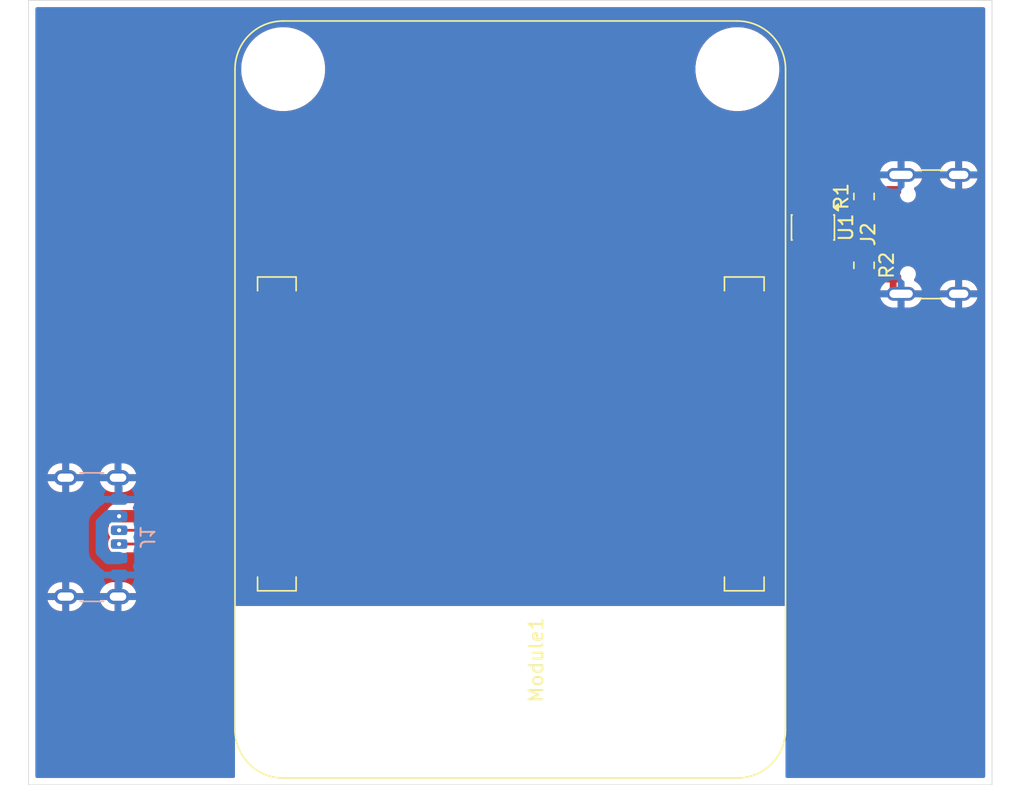
<source format=kicad_pcb>
(kicad_pcb (version 20241229) (generator "pcbnew") (generator_version "9.0")
  (layers (0 "F.Cu" signal) (2 "B.Cu" signal) (13 "F.Paste" user) (15 "B.Paste" user) (5 "F.SilkS" user "F.Silkscreen") (7 "B.SilkS" user "B.Silkscreen") (1 "F.Mask" user) (3 "B.Mask" user) (25 "Edge.Cuts" user))
  (net 0 "")
  (net 1 "GND")
  (net 2 "/CC1")
  (net 3 "/CC2")
  (net 4 "+5V")
  (net 6 "Net-(J2-CC2)")
  (net 9 "Net-(J2-CC1)")
  (net 151 "/USB_N")
  (net 152 "/USB_P")
  (net 153 "/HighSpeed/USB_N")
  (net 154 "/HighSpeed/USB_P")
  (footprint "CM5:Raspberry-Pi-5-Compute-Module" (layer "F.Cu") (at 143.5 119)
    (property "Reference" "Module1" (at 18.38 -5.08 270) (layer "F.SilkS"))
    (property "Value" "ComputeModule5-CM5")
    (fp_line (start -3.5 -48) (end -3.5 0) (stroke (width 0.12)) (layer "F.SilkS"))
    (fp_line (start -1.86 -32.9) (end -1.86 -31.9) (stroke (width 0.12)) (layer "F.SilkS"))
    (fp_line (start -1.86 -32.9) (end 0.94 -32.9) (stroke (width 0.12)) (layer "F.SilkS"))
    (fp_line (start -1.86 -10.1) (end -1.86 -11.1) (stroke (width 0.12)) (layer "F.SilkS"))
    (fp_line (start -1.86 -10.1) (end 0.94 -10.1) (stroke (width 0.12)) (layer "F.SilkS"))
    (fp_line (start 0 3.5) (end 33 3.5) (stroke (width 0.12)) (layer "F.SilkS"))
    (fp_line (start 0.94 -32.9) (end 0.94 -31.9) (stroke (width 0.12)) (layer "F.SilkS"))
    (fp_line (start 0.94 -10.1) (end 0.94 -11.1) (stroke (width 0.12)) (layer "F.SilkS"))
    (fp_line (start 32.06 -32.9) (end 32.06 -31.9) (stroke (width 0.12)) (layer "F.SilkS"))
    (fp_line (start 32.06 -32.9) (end 34.94 -32.9) (stroke (width 0.12)) (layer "F.SilkS"))
    (fp_line (start 32.06 -10.1) (end 32.06 -11.1) (stroke (width 0.12)) (layer "F.SilkS"))
    (fp_line (start 32.06 -10.1) (end 34.94 -10.1) (stroke (width 0.12)) (layer "F.SilkS"))
    (fp_line (start 33 -51.5) (end 0 -51.5) (stroke (width 0.12)) (layer "F.SilkS"))
    (fp_line (start 34.94 -32.9) (end 34.94 -31.9) (stroke (width 0.12)) (layer "F.SilkS"))
    (fp_line (start 34.94 -10.1) (end 34.94 -11.1) (stroke (width 0.12)) (layer "F.SilkS"))
    (fp_line (start 36.5 0) (end 36.5 -48) (stroke (width 0.12)) (layer "F.SilkS"))
    (fp_arc (start -3.5 -48) (mid -2.474874 -50.474874) (end 0 -51.5) (stroke (width 0.12)) (layer "F.SilkS"))
    (fp_arc (start 0 3.5) (mid -2.474874 2.474874) (end -3.5 0) (stroke (width 0.12)) (layer "F.SilkS"))
    (fp_arc (start 33 -51.5) (mid 35.474874 -50.474874) (end 36.5 -48) (stroke (width 0.12)) (layer "F.SilkS"))
    (fp_arc (start 36.5 0) (mid 35.474874 2.474874) (end 33 3.5) (stroke (width 0.12)) (layer "F.SilkS"))
    (pad "" np_thru_hole circle (at 0 -48) (size 2.7 2.7) (drill 2.7) (layers "*.Cu" "*.Mask") (clearance 1.7))
    (pad "" np_thru_hole circle (at 0 0) (size 2.7 2.7) (drill 2.7) (layers "*.Cu" "*.Mask") (clearance 1.7))
    (pad "" np_thru_hole circle (at 33 -48) (size 2.7 2.7) (drill 2.7) (layers "*.Cu" "*.Mask") (clearance 1.7))
    (pad "" np_thru_hole circle (at 33 0) (size 2.7 2.7) (drill 2.7) (layers "*.Cu" "*.Mask") (clearance 1.7))
    (pad "1" smd rect (at -2.04 -31.3 270) (size 0.2 0.7) (layers "F.Cu" "F.Mask" "F.Paste") (net 1 "GND"))
    (pad "2" smd rect (at 1.04 -31.3 270) (size 0.2 0.7) (layers "F.Cu" "F.Mask" "F.Paste") (net 1 "GND"))
    (pad "3" smd rect (at -2.04 -30.9 270) (size 0.2 0.7) (layers "F.Cu" "F.Mask" "F.Paste"))
    (pad "4" smd rect (at 1.04 -30.9 270) (size 0.2 0.7) (layers "F.Cu" "F.Mask" "F.Paste"))
    (pad "5" smd rect (at -2.04 -30.5 270) (size 0.2 0.7) (layers "F.Cu" "F.Mask" "F.Paste"))
    (pad "6" smd rect (at 1.04 -30.5 270) (size 0.2 0.7) (layers "F.Cu" "F.Mask" "F.Paste"))
    (pad "7" smd rect (at -2.04 -30.1 270) (size 0.2 0.7) (layers "F.Cu" "F.Mask" "F.Paste") (net 1 "GND"))
    (pad "8" smd rect (at 1.04 -30.1 270) (size 0.2 0.7) (layers "F.Cu" "F.Mask" "F.Paste") (net 1 "GND"))
    (pad "9" smd rect (at -2.04 -29.7 270) (size 0.2 0.7) (layers "F.Cu" "F.Mask" "F.Paste"))
    (pad "10" smd rect (at 1.04 -29.7 270) (size 0.2 0.7) (layers "F.Cu" "F.Mask" "F.Paste"))
    (pad "11" smd rect (at -2.04 -29.3 270) (size 0.2 0.7) (layers "F.Cu" "F.Mask" "F.Paste"))
    (pad "12" smd rect (at 1.04 -29.3 270) (size 0.2 0.7) (layers "F.Cu" "F.Mask" "F.Paste"))
    (pad "13" smd rect (at -2.04 -28.9 270) (size 0.2 0.7) (layers "F.Cu" "F.Mask" "F.Paste") (net 1 "GND"))
    (pad "14" smd rect (at 1.04 -28.9 270) (size 0.2 0.7) (layers "F.Cu" "F.Mask" "F.Paste") (net 1 "GND"))
    (pad "15" smd rect (at -2.04 -28.5 270) (size 0.2 0.7) (layers "F.Cu" "F.Mask" "F.Paste"))
    (pad "16" smd rect (at 1.04 -28.5 270) (size 0.2 0.7) (layers "F.Cu" "F.Mask" "F.Paste"))
    (pad "17" smd rect (at -2.04 -28.1 270) (size 0.2 0.7) (layers "F.Cu" "F.Mask" "F.Paste"))
    (pad "18" smd rect (at 1.04 -28.1 270) (size 0.2 0.7) (layers "F.Cu" "F.Mask" "F.Paste"))
    (pad "19" smd rect (at -2.04 -27.7 270) (size 0.2 0.7) (layers "F.Cu" "F.Mask" "F.Paste"))
    (pad "20" smd rect (at 1.04 -27.7 270) (size 0.2 0.7) (layers "F.Cu" "F.Mask" "F.Paste"))
    (pad "21" smd rect (at -2.04 -27.3 270) (size 0.2 0.7) (layers "F.Cu" "F.Mask" "F.Paste"))
    (pad "22" smd rect (at 1.04 -27.3 270) (size 0.2 0.7) (layers "F.Cu" "F.Mask" "F.Paste") (net 1 "GND"))
    (pad "23" smd rect (at -2.04 -26.9 270) (size 0.2 0.7) (layers "F.Cu" "F.Mask" "F.Paste") (net 1 "GND"))
    (pad "24" smd rect (at 1.04 -26.9 270) (size 0.2 0.7) (layers "F.Cu" "F.Mask" "F.Paste"))
    (pad "25" smd rect (at -2.04 -26.5 270) (size 0.2 0.7) (layers "F.Cu" "F.Mask" "F.Paste"))
    (pad "26" smd rect (at 1.04 -26.5 270) (size 0.2 0.7) (layers "F.Cu" "F.Mask" "F.Paste"))
    (pad "27" smd rect (at -2.04 -26.1 270) (size 0.2 0.7) (layers "F.Cu" "F.Mask" "F.Paste"))
    (pad "28" smd rect (at 1.04 -26.1 270) (size 0.2 0.7) (layers "F.Cu" "F.Mask" "F.Paste"))
    (pad "29" smd rect (at -2.04 -25.7 270) (size 0.2 0.7) (layers "F.Cu" "F.Mask" "F.Paste"))
    (pad "30" smd rect (at 1.04 -25.7 270) (size 0.2 0.7) (layers "F.Cu" "F.Mask" "F.Paste"))
    (pad "31" smd rect (at -2.04 -25.3 270) (size 0.2 0.7) (layers "F.Cu" "F.Mask" "F.Paste"))
    (pad "32" smd rect (at 1.04 -25.3 270) (size 0.2 0.7) (layers "F.Cu" "F.Mask" "F.Paste") (net 1 "GND"))
    (pad "33" smd rect (at -2.04 -24.9 270) (size 0.2 0.7) (layers "F.Cu" "F.Mask" "F.Paste") (net 1 "GND"))
    (pad "34" smd rect (at 1.04 -24.9 270) (size 0.2 0.7) (layers "F.Cu" "F.Mask" "F.Paste"))
    (pad "35" smd rect (at -2.04 -24.5 270) (size 0.2 0.7) (layers "F.Cu" "F.Mask" "F.Paste"))
    (pad "36" smd rect (at 1.04 -24.5 270) (size 0.2 0.7) (layers "F.Cu" "F.Mask" "F.Paste"))
    (pad "37" smd rect (at -2.04 -24.1 270) (size 0.2 0.7) (layers "F.Cu" "F.Mask" "F.Paste"))
    (pad "38" smd rect (at 1.04 -24.1 270) (size 0.2 0.7) (layers "F.Cu" "F.Mask" "F.Paste"))
    (pad "39" smd rect (at -2.04 -23.7 270) (size 0.2 0.7) (layers "F.Cu" "F.Mask" "F.Paste"))
    (pad "40" smd rect (at 1.04 -23.7 270) (size 0.2 0.7) (layers "F.Cu" "F.Mask" "F.Paste"))
    (pad "41" smd rect (at -2.04 -23.3 270) (size 0.2 0.7) (layers "F.Cu" "F.Mask" "F.Paste"))
    (pad "42" smd rect (at 1.04 -23.3 270) (size 0.2 0.7) (layers "F.Cu" "F.Mask" "F.Paste") (net 1 "GND"))
    (pad "43" smd rect (at -2.04 -22.9 270) (size 0.2 0.7) (layers "F.Cu" "F.Mask" "F.Paste") (net 1 "GND"))
    (pad "44" smd rect (at 1.04 -22.9 270) (size 0.2 0.7) (layers "F.Cu" "F.Mask" "F.Paste"))
    (pad "45" smd rect (at -2.04 -22.5 270) (size 0.2 0.7) (layers "F.Cu" "F.Mask" "F.Paste"))
    (pad "46" smd rect (at 1.04 -22.5 270) (size 0.2 0.7) (layers "F.Cu" "F.Mask" "F.Paste"))
    (pad "47" smd rect (at -2.04 -22.1 270) (size 0.2 0.7) (layers "F.Cu" "F.Mask" "F.Paste"))
    (pad "48" smd rect (at 1.04 -22.1 270) (size 0.2 0.7) (layers "F.Cu" "F.Mask" "F.Paste"))
    (pad "49" smd rect (at -2.04 -21.7 270) (size 0.2 0.7) (layers "F.Cu" "F.Mask" "F.Paste"))
    (pad "50" smd rect (at 1.04 -21.7 270) (size 0.2 0.7) (layers "F.Cu" "F.Mask" "F.Paste"))
    (pad "51" smd rect (at -2.04 -21.3 270) (size 0.2 0.7) (layers "F.Cu" "F.Mask" "F.Paste"))
    (pad "52" smd rect (at 1.04 -21.3 270) (size 0.2 0.7) (layers "F.Cu" "F.Mask" "F.Paste") (net 1 "GND"))
    (pad "53" smd rect (at -2.04 -20.9 270) (size 0.2 0.7) (layers "F.Cu" "F.Mask" "F.Paste") (net 1 "GND"))
    (pad "54" smd rect (at 1.04 -20.9 270) (size 0.2 0.7) (layers "F.Cu" "F.Mask" "F.Paste"))
    (pad "55" smd rect (at -2.04 -20.5 270) (size 0.2 0.7) (layers "F.Cu" "F.Mask" "F.Paste"))
    (pad "56" smd rect (at 1.04 -20.5 270) (size 0.2 0.7) (layers "F.Cu" "F.Mask" "F.Paste"))
    (pad "57" smd rect (at -2.04 -20.1 270) (size 0.2 0.7) (layers "F.Cu" "F.Mask" "F.Paste"))
    (pad "58" smd rect (at 1.04 -20.1 270) (size 0.2 0.7) (layers "F.Cu" "F.Mask" "F.Paste"))
    (pad "59" smd rect (at -2.04 -19.7 270) (size 0.2 0.7) (layers "F.Cu" "F.Mask" "F.Paste") (net 1 "GND"))
    (pad "60" smd rect (at 1.04 -19.7 270) (size 0.2 0.7) (layers "F.Cu" "F.Mask" "F.Paste") (net 1 "GND"))
    (pad "61" smd rect (at -2.04 -19.3 270) (size 0.2 0.7) (layers "F.Cu" "F.Mask" "F.Paste"))
    (pad "62" smd rect (at 1.04 -19.3 270) (size 0.2 0.7) (layers "F.Cu" "F.Mask" "F.Paste"))
    (pad "63" smd rect (at -2.04 -18.9 270) (size 0.2 0.7) (layers "F.Cu" "F.Mask" "F.Paste"))
    (pad "64" smd rect (at 1.04 -18.9 270) (size 0.2 0.7) (layers "F.Cu" "F.Mask" "F.Paste"))
    (pad "65" smd rect (at -2.04 -18.5 270) (size 0.2 0.7) (layers "F.Cu" "F.Mask" "F.Paste") (net 1 "GND"))
    (pad "66" smd rect (at 1.04 -18.5 270) (size 0.2 0.7) (layers "F.Cu" "F.Mask" "F.Paste") (net 1 "GND"))
    (pad "67" smd rect (at -2.04 -18.1 270) (size 0.2 0.7) (layers "F.Cu" "F.Mask" "F.Paste"))
    (pad "68" smd rect (at 1.04 -18.1 270) (size 0.2 0.7) (layers "F.Cu" "F.Mask" "F.Paste"))
    (pad "69" smd rect (at -2.04 -17.7 270) (size 0.2 0.7) (layers "F.Cu" "F.Mask" "F.Paste"))
    (pad "70" smd rect (at 1.04 -17.7 270) (size 0.2 0.7) (layers "F.Cu" "F.Mask" "F.Paste"))
    (pad "71" smd rect (at -2.04 -17.3 270) (size 0.2 0.7) (layers "F.Cu" "F.Mask" "F.Paste") (net 1 "GND"))
    (pad "72" smd rect (at 1.04 -17.3 270) (size 0.2 0.7) (layers "F.Cu" "F.Mask" "F.Paste"))
    (pad "73" smd rect (at -2.04 -16.9 270) (size 0.2 0.7) (layers "F.Cu" "F.Mask" "F.Paste"))
    (pad "74" smd rect (at 1.04 -16.9 270) (size 0.2 0.7) (layers "F.Cu" "F.Mask" "F.Paste") (net 1 "GND"))
    (pad "75" smd rect (at -2.04 -16.5 270) (size 0.2 0.7) (layers "F.Cu" "F.Mask" "F.Paste"))
    (pad "76" smd rect (at 1.04 -16.5 270) (size 0.2 0.7) (layers "F.Cu" "F.Mask" "F.Paste"))
    (pad "77" smd rect (at -2.04 -16.1 270) (size 0.2 0.7) (layers "F.Cu" "F.Mask" "F.Paste") (net 4 "+5V"))
    (pad "78" smd rect (at 1.04 -16.1 270) (size 0.2 0.7) (layers "F.Cu" "F.Mask" "F.Paste"))
    (pad "79" smd rect (at -2.04 -15.7 270) (size 0.2 0.7) (layers "F.Cu" "F.Mask" "F.Paste") (net 4 "+5V"))
    (pad "80" smd rect (at 1.04 -15.7 270) (size 0.2 0.7) (layers "F.Cu" "F.Mask" "F.Paste"))
    (pad "81" smd rect (at -2.04 -15.3 270) (size 0.2 0.7) (layers "F.Cu" "F.Mask" "F.Paste") (net 4 "+5V"))
    (pad "82" smd rect (at 1.04 -15.3 270) (size 0.2 0.7) (layers "F.Cu" "F.Mask" "F.Paste"))
    (pad "83" smd rect (at -2.04 -14.9 270) (size 0.2 0.7) (layers "F.Cu" "F.Mask" "F.Paste") (net 4 "+5V"))
    (pad "84" smd rect (at 1.04 -14.9 270) (size 0.2 0.7) (layers "F.Cu" "F.Mask" "F.Paste"))
    (pad "85" smd rect (at -2.04 -14.5 270) (size 0.2 0.7) (layers "F.Cu" "F.Mask" "F.Paste") (net 4 "+5V"))
    (pad "86" smd rect (at 1.04 -14.5 270) (size 0.2 0.7) (layers "F.Cu" "F.Mask" "F.Paste"))
    (pad "87" smd rect (at -2.04 -14.1 270) (size 0.2 0.7) (layers "F.Cu" "F.Mask" "F.Paste") (net 4 "+5V"))
    (pad "88" smd rect (at 1.04 -14.1 270) (size 0.2 0.7) (layers "F.Cu" "F.Mask" "F.Paste"))
    (pad "89" smd rect (at -2.04 -13.7 270) (size 0.2 0.7) (layers "F.Cu" "F.Mask" "F.Paste"))
    (pad "90" smd rect (at 1.04 -13.7 270) (size 0.2 0.7) (layers "F.Cu" "F.Mask" "F.Paste"))
    (pad "91" smd rect (at -2.04 -13.3 270) (size 0.2 0.7) (layers "F.Cu" "F.Mask" "F.Paste"))
    (pad "92" smd rect (at 1.04 -13.3 270) (size 0.2 0.7) (layers "F.Cu" "F.Mask" "F.Paste"))
    (pad "93" smd rect (at -2.04 -12.9 270) (size 0.2 0.7) (layers "F.Cu" "F.Mask" "F.Paste"))
    (pad "94" smd rect (at 1.04 -12.9 270) (size 0.2 0.7) (layers "F.Cu" "F.Mask" "F.Paste") (net 2 "/CC1"))
    (pad "95" smd rect (at -2.04 -12.5 270) (size 0.2 0.7) (layers "F.Cu" "F.Mask" "F.Paste"))
    (pad "96" smd rect (at 1.04 -12.5 270) (size 0.2 0.7) (layers "F.Cu" "F.Mask" "F.Paste") (net 3 "/CC2"))
    (pad "97" smd rect (at -2.04 -12.1 270) (size 0.2 0.7) (layers "F.Cu" "F.Mask" "F.Paste"))
    (pad "98" smd rect (at 1.04 -12.1 270) (size 0.2 0.7) (layers "F.Cu" "F.Mask" "F.Paste") (net 1 "GND"))
    (pad "99" smd rect (at -2.04 -11.7 270) (size 0.2 0.7) (layers "F.Cu" "F.Mask" "F.Paste"))
    (pad "100" smd rect (at 1.04 -11.7 270) (size 0.2 0.7) (layers "F.Cu" "F.Mask" "F.Paste"))
    (pad "101" smd rect (at 31.96 -31.3 270) (size 0.2 0.7) (layers "F.Cu" "F.Mask" "F.Paste"))
    (pad "102" smd rect (at 35.04 -31.3 270) (size 0.2 0.7) (layers "F.Cu" "F.Mask" "F.Paste"))
    (pad "103" smd rect (at 31.96 -30.9 270) (size 0.2 0.7) (layers "F.Cu" "F.Mask" "F.Paste") (net 153 "/HighSpeed/USB_N"))
    (pad "104" smd rect (at 35.04 -30.9 270) (size 0.2 0.7) (layers "F.Cu" "F.Mask" "F.Paste"))
    (pad "105" smd rect (at 31.96 -30.5 270) (size 0.2 0.7) (layers "F.Cu" "F.Mask" "F.Paste") (net 154 "/HighSpeed/USB_P"))
    (pad "106" smd rect (at 35.04 -30.5 270) (size 0.2 0.7) (layers "F.Cu" "F.Mask" "F.Paste"))
    (pad "107" smd rect (at 31.96 -30.1 270) (size 0.2 0.7) (layers "F.Cu" "F.Mask" "F.Paste") (net 1 "GND"))
    (pad "108" smd rect (at 35.04 -30.1 270) (size 0.2 0.7) (layers "F.Cu" "F.Mask" "F.Paste") (net 1 "GND"))
    (pad "109" smd rect (at 31.96 -29.7 270) (size 0.2 0.7) (layers "F.Cu" "F.Mask" "F.Paste"))
    (pad "110" smd rect (at 35.04 -29.7 270) (size 0.2 0.7) (layers "F.Cu" "F.Mask" "F.Paste"))
    (pad "111" smd rect (at 31.96 -29.3 270) (size 0.2 0.7) (layers "F.Cu" "F.Mask" "F.Paste"))
    (pad "112" smd rect (at 35.04 -29.3 270) (size 0.2 0.7) (layers "F.Cu" "F.Mask" "F.Paste"))
    (pad "113" smd rect (at 31.96 -28.9 270) (size 0.2 0.7) (layers "F.Cu" "F.Mask" "F.Paste") (net 1 "GND"))
    (pad "114" smd rect (at 35.04 -28.9 270) (size 0.2 0.7) (layers "F.Cu" "F.Mask" "F.Paste") (net 1 "GND"))
    (pad "115" smd rect (at 31.96 -28.5 270) (size 0.2 0.7) (layers "F.Cu" "F.Mask" "F.Paste"))
    (pad "116" smd rect (at 35.04 -28.5 270) (size 0.2 0.7) (layers "F.Cu" "F.Mask" "F.Paste"))
    (pad "117" smd rect (at 31.96 -28.1 270) (size 0.2 0.7) (layers "F.Cu" "F.Mask" "F.Paste"))
    (pad "118" smd rect (at 35.04 -28.1 270) (size 0.2 0.7) (layers "F.Cu" "F.Mask" "F.Paste"))
    (pad "119" smd rect (at 31.96 -27.7 270) (size 0.2 0.7) (layers "F.Cu" "F.Mask" "F.Paste") (net 1 "GND"))
    (pad "120" smd rect (at 35.04 -27.7 270) (size 0.2 0.7) (layers "F.Cu" "F.Mask" "F.Paste") (net 1 "GND"))
    (pad "121" smd rect (at 31.96 -27.3 270) (size 0.2 0.7) (layers "F.Cu" "F.Mask" "F.Paste"))
    (pad "122" smd rect (at 35.04 -27.3 270) (size 0.2 0.7) (layers "F.Cu" "F.Mask" "F.Paste"))
    (pad "123" smd rect (at 31.96 -26.9 270) (size 0.2 0.7) (layers "F.Cu" "F.Mask" "F.Paste"))
    (pad "124" smd rect (at 35.04 -26.9 270) (size 0.2 0.7) (layers "F.Cu" "F.Mask" "F.Paste"))
    (pad "125" smd rect (at 31.96 -26.5 270) (size 0.2 0.7) (layers "F.Cu" "F.Mask" "F.Paste") (net 1 "GND"))
    (pad "126" smd rect (at 35.04 -26.5 270) (size 0.2 0.7) (layers "F.Cu" "F.Mask" "F.Paste") (net 1 "GND"))
    (pad "127" smd rect (at 31.96 -26.1 270) (size 0.2 0.7) (layers "F.Cu" "F.Mask" "F.Paste"))
    (pad "128" smd rect (at 35.04 -26.1 270) (size 0.2 0.7) (layers "F.Cu" "F.Mask" "F.Paste"))
    (pad "129" smd rect (at 31.96 -25.7 270) (size 0.2 0.7) (layers "F.Cu" "F.Mask" "F.Paste"))
    (pad "130" smd rect (at 35.04 -25.7 270) (size 0.2 0.7) (layers "F.Cu" "F.Mask" "F.Paste"))
    (pad "131" smd rect (at 31.96 -25.3 270) (size 0.2 0.7) (layers "F.Cu" "F.Mask" "F.Paste") (net 1 "GND"))
    (pad "132" smd rect (at 35.04 -25.3 270) (size 0.2 0.7) (layers "F.Cu" "F.Mask" "F.Paste") (net 1 "GND"))
    (pad "133" smd rect (at 31.96 -24.9 270) (size 0.2 0.7) (layers "F.Cu" "F.Mask" "F.Paste"))
    (pad "134" smd rect (at 35.04 -24.9 270) (size 0.2 0.7) (layers "F.Cu" "F.Mask" "F.Paste"))
    (pad "135" smd rect (at 31.96 -24.5 270) (size 0.2 0.7) (layers "F.Cu" "F.Mask" "F.Paste"))
    (pad "136" smd rect (at 35.04 -24.5 270) (size 0.2 0.7) (layers "F.Cu" "F.Mask" "F.Paste"))
    (pad "137" smd rect (at 31.96 -24.1 270) (size 0.2 0.7) (layers "F.Cu" "F.Mask" "F.Paste") (net 1 "GND"))
    (pad "138" smd rect (at 35.04 -24.1 270) (size 0.2 0.7) (layers "F.Cu" "F.Mask" "F.Paste") (net 1 "GND"))
    (pad "139" smd rect (at 31.96 -23.7 270) (size 0.2 0.7) (layers "F.Cu" "F.Mask" "F.Paste"))
    (pad "140" smd rect (at 35.04 -23.7 270) (size 0.2 0.7) (layers "F.Cu" "F.Mask" "F.Paste"))
    (pad "141" smd rect (at 31.96 -23.3 270) (size 0.2 0.7) (layers "F.Cu" "F.Mask" "F.Paste"))
    (pad "142" smd rect (at 35.04 -23.3 270) (size 0.2 0.7) (layers "F.Cu" "F.Mask" "F.Paste"))
    (pad "143" smd rect (at 31.96 -22.9 270) (size 0.2 0.7) (layers "F.Cu" "F.Mask" "F.Paste"))
    (pad "144" smd rect (at 35.04 -22.9 270) (size 0.2 0.7) (layers "F.Cu" "F.Mask" "F.Paste") (net 1 "GND"))
    (pad "145" smd rect (at 31.96 -22.5 270) (size 0.2 0.7) (layers "F.Cu" "F.Mask" "F.Paste"))
    (pad "146" smd rect (at 35.04 -22.5 270) (size 0.2 0.7) (layers "F.Cu" "F.Mask" "F.Paste"))
    (pad "147" smd rect (at 31.96 -22.1 270) (size 0.2 0.7) (layers "F.Cu" "F.Mask" "F.Paste"))
    (pad "148" smd rect (at 35.04 -22.1 270) (size 0.2 0.7) (layers "F.Cu" "F.Mask" "F.Paste"))
    (pad "149" smd rect (at 31.96 -21.7 270) (size 0.2 0.7) (layers "F.Cu" "F.Mask" "F.Paste"))
    (pad "150" smd rect (at 35.04 -21.7 270) (size 0.2 0.7) (layers "F.Cu" "F.Mask" "F.Paste") (net 1 "GND"))
    (pad "151" smd rect (at 31.96 -21.3 270) (size 0.2 0.7) (layers "F.Cu" "F.Mask" "F.Paste"))
    (pad "152" smd rect (at 35.04 -21.3 270) (size 0.2 0.7) (layers "F.Cu" "F.Mask" "F.Paste"))
    (pad "153" smd rect (at 31.96 -20.9 270) (size 0.2 0.7) (layers "F.Cu" "F.Mask" "F.Paste"))
    (pad "154" smd rect (at 35.04 -20.9 270) (size 0.2 0.7) (layers "F.Cu" "F.Mask" "F.Paste"))
    (pad "155" smd rect (at 31.96 -20.5 270) (size 0.2 0.7) (layers "F.Cu" "F.Mask" "F.Paste") (net 1 "GND"))
    (pad "156" smd rect (at 35.04 -20.5 270) (size 0.2 0.7) (layers "F.Cu" "F.Mask" "F.Paste") (net 1 "GND"))
    (pad "157" smd rect (at 31.96 -20.1 270) (size 0.2 0.7) (layers "F.Cu" "F.Mask" "F.Paste"))
    (pad "158" smd rect (at 35.04 -20.1 270) (size 0.2 0.7) (layers "F.Cu" "F.Mask" "F.Paste"))
    (pad "159" smd rect (at 31.96 -19.7 270) (size 0.2 0.7) (layers "F.Cu" "F.Mask" "F.Paste"))
    (pad "160" smd rect (at 35.04 -19.7 270) (size 0.2 0.7) (layers "F.Cu" "F.Mask" "F.Paste"))
    (pad "161" smd rect (at 31.96 -19.3 270) (size 0.2 0.7) (layers "F.Cu" "F.Mask" "F.Paste") (net 1 "GND"))
    (pad "162" smd rect (at 35.04 -19.3 270) (size 0.2 0.7) (layers "F.Cu" "F.Mask" "F.Paste") (net 1 "GND"))
    (pad "163" smd rect (at 31.96 -18.9 270) (size 0.2 0.7) (layers "F.Cu" "F.Mask" "F.Paste"))
    (pad "164" smd rect (at 35.04 -18.9 270) (size 0.2 0.7) (layers "F.Cu" "F.Mask" "F.Paste"))
    (pad "165" smd rect (at 31.96 -18.5 270) (size 0.2 0.7) (layers "F.Cu" "F.Mask" "F.Paste"))
    (pad "166" smd rect (at 35.04 -18.5 270) (size 0.2 0.7) (layers "F.Cu" "F.Mask" "F.Paste"))
    (pad "167" smd rect (at 31.96 -18.1 270) (size 0.2 0.7) (layers "F.Cu" "F.Mask" "F.Paste") (net 1 "GND"))
    (pad "168" smd rect (at 35.04 -18.1 270) (size 0.2 0.7) (layers "F.Cu" "F.Mask" "F.Paste") (net 1 "GND"))
    (pad "169" smd rect (at 31.96 -17.7 270) (size 0.2 0.7) (layers "F.Cu" "F.Mask" "F.Paste"))
    (pad "170" smd rect (at 35.04 -17.7 270) (size 0.2 0.7) (layers "F.Cu" "F.Mask" "F.Paste"))
    (pad "171" smd rect (at 31.96 -17.3 270) (size 0.2 0.7) (layers "F.Cu" "F.Mask" "F.Paste"))
    (pad "172" smd rect (at 35.04 -17.3 270) (size 0.2 0.7) (layers "F.Cu" "F.Mask" "F.Paste"))
    (pad "173" smd rect (at 31.96 -16.9 270) (size 0.2 0.7) (layers "F.Cu" "F.Mask" "F.Paste") (net 1 "GND"))
    (pad "174" smd rect (at 35.04 -16.9 270) (size 0.2 0.7) (layers "F.Cu" "F.Mask" "F.Paste") (net 1 "GND"))
    (pad "175" smd rect (at 31.96 -16.5 270) (size 0.2 0.7) (layers "F.Cu" "F.Mask" "F.Paste"))
    (pad "176" smd rect (at 35.04 -16.5 270) (size 0.2 0.7) (layers "F.Cu" "F.Mask" "F.Paste"))
    (pad "177" smd rect (at 31.96 -16.1 270) (size 0.2 0.7) (layers "F.Cu" "F.Mask" "F.Paste"))
    (pad "178" smd rect (at 35.04 -16.1 270) (size 0.2 0.7) (layers "F.Cu" "F.Mask" "F.Paste"))
    (pad "179" smd rect (at 31.96 -15.7 270) (size 0.2 0.7) (layers "F.Cu" "F.Mask" "F.Paste") (net 1 "GND"))
    (pad "180" smd rect (at 35.04 -15.7 270) (size 0.2 0.7) (layers "F.Cu" "F.Mask" "F.Paste") (net 1 "GND"))
    (pad "181" smd rect (at 31.96 -15.3 270) (size 0.2 0.7) (layers "F.Cu" "F.Mask" "F.Paste"))
    (pad "182" smd rect (at 35.04 -15.3 270) (size 0.2 0.7) (layers "F.Cu" "F.Mask" "F.Paste"))
    (pad "183" smd rect (at 31.96 -14.9 270) (size 0.2 0.7) (layers "F.Cu" "F.Mask" "F.Paste"))
    (pad "184" smd rect (at 35.04 -14.9 270) (size 0.2 0.7) (layers "F.Cu" "F.Mask" "F.Paste"))
    (pad "185" smd rect (at 31.96 -14.5 270) (size 0.2 0.7) (layers "F.Cu" "F.Mask" "F.Paste") (net 1 "GND"))
    (pad "186" smd rect (at 35.04 -14.5 270) (size 0.2 0.7) (layers "F.Cu" "F.Mask" "F.Paste") (net 1 "GND"))
    (pad "187" smd rect (at 31.96 -14.1 270) (size 0.2 0.7) (layers "F.Cu" "F.Mask" "F.Paste"))
    (pad "188" smd rect (at 35.04 -14.1 270) (size 0.2 0.7) (layers "F.Cu" "F.Mask" "F.Paste"))
    (pad "189" smd rect (at 31.96 -13.7 270) (size 0.2 0.7) (layers "F.Cu" "F.Mask" "F.Paste"))
    (pad "190" smd rect (at 35.04 -13.7 270) (size 0.2 0.7) (layers "F.Cu" "F.Mask" "F.Paste"))
    (pad "191" smd rect (at 31.96 -13.3 270) (size 0.2 0.7) (layers "F.Cu" "F.Mask" "F.Paste") (net 1 "GND"))
    (pad "192" smd rect (at 35.04 -13.3 270) (size 0.2 0.7) (layers "F.Cu" "F.Mask" "F.Paste") (net 1 "GND"))
    (pad "193" smd rect (at 31.96 -12.9 270) (size 0.2 0.7) (layers "F.Cu" "F.Mask" "F.Paste"))
    (pad "194" smd rect (at 35.04 -12.9 270) (size 0.2 0.7) (layers "F.Cu" "F.Mask" "F.Paste"))
    (pad "195" smd rect (at 31.96 -12.5 270) (size 0.2 0.7) (layers "F.Cu" "F.Mask" "F.Paste"))
    (pad "196" smd rect (at 35.04 -12.5 270) (size 0.2 0.7) (layers "F.Cu" "F.Mask" "F.Paste"))
    (pad "197" smd rect (at 31.96 -12.1 270) (size 0.2 0.7) (layers "F.Cu" "F.Mask" "F.Paste") (net 1 "GND"))
    (pad "198" smd rect (at 35.04 -12.1 270) (size 0.2 0.7) (layers "F.Cu" "F.Mask" "F.Paste") (net 1 "GND"))
    (pad "199" smd rect (at 31.96 -11.7 270) (size 0.2 0.7) (layers "F.Cu" "F.Mask" "F.Paste"))
    (pad "200" smd rect (at 35.04 -11.7 270) (size 0.2 0.7) (layers "F.Cu" "F.Mask" "F.Paste"))
  )
  (footprint "Resistor_SMD:R_0805_2012Metric_Pad1.20x1.40mm_HandSolder" (layer "F.Cu") (at 185.7 85.25 -90)
    (property "Reference" "R2" (at 0 -1.65 90) (layer "F.SilkS"))
    (property "Value" "R_Small")
    (fp_line (start -0.227064 0.735) (end 0.227064 0.735) (stroke (width 0.12)) (layer "F.SilkS"))
    (fp_line (start -0.227064 -0.735) (end 0.227064 -0.735) (stroke (width 0.12)) (layer "F.SilkS"))
    (pad "1" smd roundrect (at -1 0 270) (size 1.2 1.4) (layers "F.Cu" "F.Mask" "F.Paste") (roundrect_rratio 0.208333) (net 9 "Net-(J2-CC1)"))
    (pad "2" smd roundrect (at 1 0 270) (size 1.2 1.4) (layers "F.Cu" "F.Mask" "F.Paste") (roundrect_rratio 0.208333) (net 1 "GND"))
  )
  (footprint "Connector_USB:USB_C_Receptacle_GCT_USB4105-xx-A_16P_TopMnt_Horizontal" (layer "F.Cu") (at 191.5 83 90)
    (property "Reference" "J2" (at 0 -5.5 90) (layer "F.SilkS"))
    (property "Value" "USB_C_Receptacle_USB2.0_14P")
    (fp_line (start 4.67 -0.1) (end 4.67 -1.8) (stroke (width 0.12)) (layer "F.SilkS"))
    (fp_line (start -4.67 -0.1) (end -4.67 -1.8) (stroke (width 0.12)) (layer "F.SilkS"))
    (pad "" np_thru_hole circle (at -2.89 -2.605 90) (size 0.65 0.65) (drill 0.65) (layers "*.Cu" "*.Mask"))
    (pad "" np_thru_hole circle (at 2.89 -2.605 90) (size 0.65 0.65) (drill 0.65) (layers "*.Cu" "*.Mask"))
    (pad "A1" smd roundrect (at -3.2 -3.68 90) (size 0.6 1.15) (layers "F.Cu" "F.Mask" "F.Paste") (net 1 "GND"))
    (pad "A4" smd roundrect (at -2.4 -3.68 90) (size 0.6 1.15) (layers "F.Cu" "F.Mask" "F.Paste"))
    (pad "A5" smd roundrect (at -1.25 -3.68 90) (size 0.3 1.15) (layers "F.Cu" "F.Mask" "F.Paste") (net 9 "Net-(J2-CC1)"))
    (pad "A6" smd roundrect (at -0.25 -3.68 90) (size 0.3 1.15) (layers "F.Cu" "F.Mask" "F.Paste") (net 152 "/USB_P"))
    (pad "A7" smd roundrect (at 0.25 -3.68 90) (size 0.3 1.15) (layers "F.Cu" "F.Mask" "F.Paste") (net 151 "/USB_N"))
    (pad "A8" smd roundrect (at 1.25 -3.68 90) (size 0.3 1.15) (layers "F.Cu" "F.Mask" "F.Paste"))
    (pad "A9" smd roundrect (at 2.4 -3.68 90) (size 0.6 1.15) (layers "F.Cu" "F.Mask" "F.Paste"))
    (pad "A12" smd roundrect (at 3.2 -3.68 90) (size 0.6 1.15) (layers "F.Cu" "F.Mask" "F.Paste") (net 1 "GND"))
    (pad "B1" smd roundrect (at 3.2 -3.68 90) (size 0.6 1.15) (layers "F.Cu" "F.Mask" "F.Paste") (net 1 "GND"))
    (pad "B4" smd roundrect (at 2.4 -3.68 90) (size 0.6 1.15) (layers "F.Cu" "F.Mask" "F.Paste"))
    (pad "B5" smd roundrect (at 1.75 -3.68 90) (size 0.3 1.15) (layers "F.Cu" "F.Mask" "F.Paste") (net 6 "Net-(J2-CC2)"))
    (pad "B6" smd roundrect (at 0.75 -3.68 90) (size 0.3 1.15) (layers "F.Cu" "F.Mask" "F.Paste") (net 152 "/USB_P"))
    (pad "B7" smd roundrect (at -0.75 -3.68 90) (size 0.3 1.15) (layers "F.Cu" "F.Mask" "F.Paste") (net 151 "/USB_N"))
    (pad "B8" smd roundrect (at -1.75 -3.68 90) (size 0.3 1.15) (layers "F.Cu" "F.Mask" "F.Paste"))
    (pad "B9" smd roundrect (at -2.4 -3.68 90) (size 0.6 1.15) (layers "F.Cu" "F.Mask" "F.Paste"))
    (pad "B12" smd roundrect (at -3.2 -3.68 90) (size 0.6 1.15) (layers "F.Cu" "F.Mask" "F.Paste") (net 1 "GND"))
    (pad "S1" thru_hole oval (at -4.32 -3.105 90) (size 1 2.1) (drill oval 0.6 1.7) (property pad_prop_heatsink) (layers "*.Cu" "*.Mask" "F.Paste") (net 1 "GND"))
    (pad "S1" thru_hole oval (at -4.32 1.075 90) (size 1 1.8) (drill oval 0.6 1.4) (property pad_prop_heatsink) (layers "*.Cu" "*.Mask" "F.Paste") (net 1 "GND"))
    (pad "S1" thru_hole oval (at 4.32 -3.105 90) (size 1 2.1) (drill oval 0.6 1.7) (property pad_prop_heatsink) (layers "*.Cu" "*.Mask" "F.Paste") (net 1 "GND"))
    (pad "S1" thru_hole oval (at 4.32 1.075 90) (size 1 1.8) (drill oval 0.6 1.4) (property pad_prop_heatsink) (layers "*.Cu" "*.Mask" "F.Paste") (net 1 "GND"))
  )
  (footprint "Resistor_SMD:R_0805_2012Metric_Pad1.20x1.40mm_HandSolder" (layer "F.Cu") (at 185.7 80.25 90)
    (property "Reference" "R1" (at 0 -1.65 90) (layer "F.SilkS"))
    (property "Value" "R_Small")
    (fp_line (start -0.227064 -0.735) (end 0.227064 -0.735) (stroke (width 0.12)) (layer "F.SilkS"))
    (fp_line (start -0.227064 0.735) (end 0.227064 0.735) (stroke (width 0.12)) (layer "F.SilkS"))
    (pad "1" smd roundrect (at -1 0 90) (size 1.2 1.4) (layers "F.Cu" "F.Mask" "F.Paste") (roundrect_rratio 0.208333) (net 6 "Net-(J2-CC2)"))
    (pad "2" smd roundrect (at 1 0 90) (size 1.2 1.4) (layers "F.Cu" "F.Mask" "F.Paste") (roundrect_rratio 0.208333) (net 1 "GND"))
  )
  (footprint "Package_TO_SOT_SMD:SOT-23-6" (layer "F.Cu") (at 181.99 82.5 -90)
    (property "Reference" "U1" (at 0 -2.4 90) (layer "F.SilkS"))
    (property "Value" "USBLC6-2SC6")
    (fp_line (start -0.91 1.56) (end -0.91 1.51) (stroke (width 0.12)) (layer "F.SilkS"))
    (fp_line (start 0.91 1.56) (end -0.91 1.56) (stroke (width 0.12)) (layer "F.SilkS"))
    (fp_line (start 0.91 1.51) (end 0.91 1.56) (stroke (width 0.12)) (layer "F.SilkS"))
    (fp_line (start -0.91 -1.51) (end -0.91 -1.56) (stroke (width 0.12)) (layer "F.SilkS"))
    (fp_line (start -0.91 -1.56) (end 0.91 -1.56) (stroke (width 0.12)) (layer "F.SilkS"))
    (fp_line (start 0.91 -1.56) (end 0.91 -1.51) (stroke (width 0.12)) (layer "F.SilkS"))
    (fp_poly (pts (xy -1.45 -1.51) (xy -1.69 -1.84) (xy -1.21 -1.84)) (stroke (width 0.12)) (fill yes) (layer "F.SilkS"))
    (pad "1" smd roundrect (at -1.1375 -0.95 270) (size 1.325 0.6) (layers "F.Cu" "F.Mask" "F.Paste") (net 152 "/USB_P"))
    (pad "2" smd roundrect (at -1.1375 0 270) (size 1.325 0.6) (layers "F.Cu" "F.Mask" "F.Paste") (net 1 "GND"))
    (pad "3" smd roundrect (at -1.1375 0.95 270) (size 1.325 0.6) (layers "F.Cu" "F.Mask" "F.Paste") (net 154 "/HighSpeed/USB_P"))
    (pad "4" smd roundrect (at 1.1375 0.95 270) (size 1.325 0.6) (layers "F.Cu" "F.Mask" "F.Paste") (net 153 "/HighSpeed/USB_N"))
    (pad "5" smd roundrect (at 1.1375 0 270) (size 1.325 0.6) (layers "F.Cu" "F.Mask" "F.Paste"))
    (pad "6" smd roundrect (at 1.1375 -0.95 270) (size 1.325 0.6) (layers "F.Cu" "F.Mask" "F.Paste") (net 151 "/USB_N"))
  )
  (footprint "Connector_USB:USB_C_Receptacle_GCT_USB4125-xx-x-0190_6P_TopMnt_Horizontal" (layer "B.Cu") (at 128.5 105 90)
    (property "Reference" "J1" (at 0 5.1 270) (layer "B.SilkS") (effects (justify mirror)))
    (property "Value" "USB_C_Receptacle_PowerOnly_6P")
    (fp_line (start 4.67 0.25) (end 4.67 1.95) (stroke (width 0.12)) (layer "B.SilkS"))
    (fp_line (start -4.67 0.25) (end -4.67 1.95) (stroke (width 0.12)) (layer "B.SilkS"))
    (pad "A5" smd roundrect (at -0.5 3.08 90) (size 0.7 1.2) (layers "B.Cu" "B.Mask" "B.Paste") (net 3 "/CC2"))
    (pad "A9" smd roundrect (at 1.52 3.08 270) (size 0.76 1.2) (layers "B.Cu" "B.Mask" "B.Paste") (net 4 "+5V"))
    (pad "A12" smd roundrect (at 2.75 3.08 270) (size 0.8 1.2) (layers "B.Cu" "B.Mask" "B.Paste") (net 1 "GND"))
    (pad "B5" smd roundrect (at 0.5 3.08 270) (size 0.7 1.2) (layers "B.Cu" "B.Mask" "B.Paste") (net 2 "/CC1"))
    (pad "B9" smd roundrect (at -1.52 3.08 90) (size 0.76 1.2) (layers "B.Cu" "B.Mask" "B.Paste") (net 4 "+5V"))
    (pad "B12" smd roundrect (at -2.75 3.08 90) (size 0.8 1.2) (layers "B.Cu" "B.Mask" "B.Paste") (net 1 "GND"))
    (pad "S1" thru_hole oval (at -4.32 -0.8 90) (size 1.1 1.7) (drill oval 0.6 1.2) (property pad_prop_heatsink) (layers "*.Cu" "*.Mask" "B.Paste") (net 1 "GND"))
    (pad "S1" thru_hole oval (at -4.32 3 90) (size 1.1 1.7) (drill oval 0.6 1.2) (property pad_prop_heatsink) (layers "*.Cu" "*.Mask" "B.Paste") (net 1 "GND"))
    (pad "S1" thru_hole oval (at 4.32 -0.8 90) (size 1.1 1.7) (drill oval 0.6 1.2) (property pad_prop_heatsink) (layers "*.Cu" "*.Mask" "B.Paste") (net 1 "GND"))
    (pad "S1" thru_hole oval (at 4.32 3 90) (size 1.1 1.7) (drill oval 0.6 1.2) (property pad_prop_heatsink) (layers "*.Cu" "*.Mask" "B.Paste") (net 1 "GND"))
  )
  (gr_rect (start 125 66) (end 195 123) (stroke (width 0.05)) (fill no) (layer "Edge.Cuts"))
  (segment (start 175.46 103.3) (end 178.54 103.3) (width 0.2) (layer "F.Cu") (net 1))
  (segment (start 143.3 97.7) (end 142.9 98.1) (width 0.2) (layer "F.Cu") (net 1))
  (segment (start 141.46 100.5) (end 144.54 100.5) (width 0.2) (layer "F.Cu") (net 1))
  (segment (start 178.54 97.3) (end 177.3 97.3) (width 0.2) (layer "F.Cu") (net 1))
  (segment (start 141.46 94.1) (end 142.9 94.1) (width 0.2) (layer "F.Cu") (net 1))
  (segment (start 142.9 92.1) (end 143.3 91.7) (width 0.2) (layer "F.Cu") (net 1))
  (segment (start 177 97) (end 177.9 96.1) (width 0.2) (layer "F.Cu") (net 1))
  (segment (start 142.9 96.1) (end 143.3 95.7) (width 0.2) (layer "F.Cu") (net 1))
  (segment (start 178.54 102.1) (end 175.46 102.1) (width 0.2) (layer "F.Cu") (net 1))
  (segment (start 141.46 101.7) (end 142.7 101.7) (width 0.2) (layer "F.Cu") (net 1))
  (segment (start 175.46 92.5) (end 178.54 92.5) (width 0.2) (layer "F.Cu") (net 1))
  (segment (start 144.54 88.9) (end 141.46 88.9) (width 0.2) (layer "F.Cu") (net 1))
  (segment (start 177.9 96.1) (end 178.54 96.1) (width 0.2) (layer "F.Cu") (net 1))
  (segment (start 142.9 98.1) (end 141.46 98.1) (width 0.2) (layer "F.Cu") (net 1))
  (segment (start 142.7 101.7) (end 143.1 102.1) (width 0.2) (layer "F.Cu") (net 1))
  (segment (start 175.46 90.1) (end 178.54 90.1) (width 0.2) (layer "F.Cu") (net 1))
  (segment (start 143.3 91.7) (end 144.54 91.7) (width 0.2) (layer "F.Cu") (net 1))
  (segment (start 175.46 100.9) (end 178.54 100.9) (width 0.2) (layer "F.Cu") (net 1))
  (segment (start 141.46 92.1) (end 142.9 92.1) (width 0.2) (layer "F.Cu") (net 1))
  (segment (start 143.3 95.7) (end 144.54 95.7) (width 0.2) (layer "F.Cu") (net 1))
  (segment (start 177.3 97.3) (end 177 97) (width 0.2) (layer "F.Cu") (net 1))
  (segment (start 175.46 88.9) (end 178.54 88.9) (width 0.2) (layer "F.Cu") (net 1))
  (segment (start 175.46 105.7) (end 178.54 105.7) (width 0.2) (layer "F.Cu") (net 1))
  (segment (start 141.46 96.1) (end 142.9 96.1) (width 0.2) (layer "F.Cu") (net 1))
  (segment (start 141.46 87.7) (end 144.54 87.7) (width 0.2) (layer "F.Cu") (net 1))
  (segment (start 178.54 99.7) (end 175.46 99.7) (width 0.2) (layer "F.Cu") (net 1))
  (segment (start 175.46 98.5) (end 178.54 98.5) (width 0.2) (layer "F.Cu") (net 1))
  (segment (start 175.46 93.7) (end 178.54 93.7) (width 0.2) (layer "F.Cu") (net 1))
  (segment (start 144.54 97.7) (end 143.3 97.7) (width 0.2) (layer "F.Cu") (net 1))
  (segment (start 142.9 94.1) (end 143.3 93.7) (width 0.2) (layer "F.Cu") (net 1))
  (segment (start 178.54 104.5) (end 175.46 104.5) (width 0.2) (layer "F.Cu") (net 1))
  (segment (start 175.46 94.9) (end 178.54 94.9) (width 0.2) (layer "F.Cu") (net 1))
  (segment (start 141.46 99.3) (end 144.54 99.3) (width 0.2) (layer "F.Cu") (net 1))
  (segment (start 143.3 93.7) (end 144.54 93.7) (width 0.2) (layer "F.Cu") (net 1))
  (segment (start 143.1 102.1) (end 144.54 102.1) (width 0.2) (layer "F.Cu") (net 1))
  (segment (start 178.54 106.9) (end 175.46 106.9) (width 0.2) (layer "F.Cu") (net 1))
  (segment (start 175.46 91.3) (end 178.54 91.3) (width 0.2) (layer "F.Cu") (net 1))
  (segment (start 144.54 106.9) (end 145.9 106.9) (width 0.2) (layer "F.Cu") (net 1))
  (segment (start 141.46 90.1) (end 144.54 90.1) (width 0.2) (layer "F.Cu") (net 1))
  (segment (start 143.712 106.1) (end 144.54 106.1) (width 0.2) (layer "F.Cu") (net 2))
  (segment (start 142.111 107.701) (end 143.712 106.1) (width 0.2) (layer "F.Cu") (net 2))
  (segment (start 137.701 107.701) (end 142.111 107.701) (width 0.2) (layer "F.Cu") (net 2))
  (segment (start 131.58 104.5) (end 134.5 104.5) (width 0.2) (layer "F.Cu") (net 2))
  (segment (start 134.5 104.5) (end 137.701 107.701) (width 0.2) (layer "F.Cu") (net 2))
  (via (at 131.58 104.5) (size 0.6) (drill 0.3) (layers "F.Cu" "B.Cu") (net 2))
  (segment (start 137.5349 108.102) (end 142.398 108.102) (width 0.2) (layer "F.Cu") (net 3))
  (segment (start 131.58 105.5) (end 134.9329 105.5) (width 0.2) (layer "F.Cu") (net 3))
  (segment (start 144 106.5) (end 144.54 106.5) (width 0.2) (layer "F.Cu") (net 3))
  (segment (start 142.398 108.102) (end 144 106.5) (width 0.2) (layer "F.Cu") (net 3))
  (segment (start 134.9329 105.5) (end 137.5349 108.102) (width 0.2) (layer "F.Cu") (net 3))
  (via (at 131.58 105.5) (size 0.6) (drill 0.3) (layers "F.Cu" "B.Cu") (net 3))
  (segment (start 131.58 103.48) (end 135.98 103.48) (width 0.9) (layer "F.Cu") (net 4))
  (segment (start 139.5 104.5) (end 139 104) (width 0.2) (layer "F.Cu") (net 4))
  (segment (start 139.3 103.7) (end 139 104) (width 0.2) (layer "F.Cu") (net 4))
  (segment (start 136.75 104.25) (end 137.5 105) (width 0.9) (layer "F.Cu") (net 4))
  (segment (start 139.9 104.9) (end 139 104) (width 0.2) (layer "F.Cu") (net 4))
  (segment (start 141.46 103.7) (end 139.3 103.7) (width 0.2) (layer "F.Cu") (net 4))
  (segment (start 137 104.5) (end 138.5 104.5) (width 2.76552) (layer "F.Cu") (net 4))
  (segment (start 141.46 104.1) (end 139.1 104.1) (width 0.2) (layer "F.Cu") (net 4))
  (segment (start 140.1 102.9) (end 139 104) (width 0.2) (layer "F.Cu") (net 4))
  (segment (start 135.98 103.48) (end 136.75 104.25) (width 0.9) (layer "F.Cu") (net 4))
  (segment (start 139.7 103.3) (end 139 104) (width 0.2) (layer "F.Cu") (net 4))
  (segment (start 138.5 104.5) (end 139 104) (width 2.76552) (layer "F.Cu") (net 4))
  (segment (start 141.46 103.3) (end 139.7 103.3) (width 0.2) (layer "F.Cu") (net 4))
  (segment (start 141.46 104.5) (end 139.5 104.5) (width 0.2) (layer "F.Cu") (net 4))
  (segment (start 141.46 102.9) (end 140.1 102.9) (width 0.2) (layer "F.Cu") (net 4))
  (segment (start 141.46 104.9) (end 139.9 104.9) (width 0.2) (layer "F.Cu") (net 4))
  (segment (start 139.1 104.1) (end 139 104) (width 0.2) (layer "F.Cu") (net 4))
  (via (at 131.58 103.48) (size 0.6) (drill 0.3) (layers "F.Cu" "B.Cu") (net 4))
  (segment (start 130.82701 106.52) (end 130.329 106.02199) (width 0.9) (layer "B.Cu") (net 4))
  (segment (start 130.329 106.02199) (end 130.329 103.97801) (width 0.9) (layer "B.Cu") (net 4))
  (segment (start 130.329 103.97801) (end 130.82701 103.48) (width 0.9) (layer "B.Cu") (net 4))
  (segment (start 131.58 106.52) (end 130.82701 106.52) (width 0.9) (layer "B.Cu") (net 4))
  (segment (start 130.82701 103.48) (end 131.58 103.48) (width 0.9) (layer "B.Cu") (net 4))
  (segment (start 187.82 81.25) (end 185.7 81.25) (width 0.2) (layer "F.Cu") (net 6))
  (segment (start 187.82 84.25) (end 185.4 84.25) (width 0.2) (layer "F.Cu") (net 9))
  (segment (start 184.846251 82.725) (end 183.933751 83.6375) (width 0.2) (layer "F.Cu") (net 151))
  (segment (start 187.211176 82.75) (end 186.944 83.017176) (width 0.2) (layer "F.Cu") (net 151))
  (segment (start 187.82 82.75) (end 186.957499 82.75) (width 0.2) (layer "F.Cu") (net 151))
  (segment (start 186.944 83.017176) (end 186.944 83.482824) (width 0.2) (layer "F.Cu") (net 151))
  (segment (start 187.82 82.75) (end 187.211176 82.75) (width 0.2) (layer "F.Cu") (net 151))
  (segment (start 186.944 83.482824) (end 187.211176 83.75) (width 0.2) (layer "F.Cu") (net 151))
  (segment (start 183.933751 83.6375) (end 182.94 83.6375) (width 0.2) (layer "F.Cu") (net 151))
  (segment (start 187.211176 83.75) (end 187.82 83.75) (width 0.2) (layer "F.Cu") (net 151))
  (segment (start 186.932499 82.725) (end 184.846251 82.725) (width 0.2) (layer "F.Cu") (net 151))
  (segment (start 186.957499 82.75) (end 186.932499 82.725) (width 0.2) (layer "F.Cu") (net 151))
  (segment (start 184.846251 82.275) (end 183.933751 81.3625) (width 0.2) (layer "F.Cu") (net 152))
  (segment (start 187.82 82.25) (end 188.428824 82.25) (width 0.2) (layer "F.Cu") (net 152))
  (segment (start 186.932499 82.275) (end 184.846251 82.275) (width 0.2) (layer "F.Cu") (net 152))
  (segment (start 188.428824 83.25) (end 187.82 83.25) (width 0.2) (layer "F.Cu") (net 152))
  (segment (start 187.82 82.25) (end 186.957499 82.25) (width 0.2) (layer "F.Cu") (net 152))
  (segment (start 183.933751 81.3625) (end 182.94 81.3625) (width 0.2) (layer "F.Cu") (net 152))
  (segment (start 188.696 82.517176) (end 188.696 82.982824) (width 0.2) (layer "F.Cu") (net 152))
  (segment (start 188.696 82.982824) (end 188.428824 83.25) (width 0.2) (layer "F.Cu") (net 152))
  (segment (start 188.428824 82.25) (end 188.696 82.517176) (width 0.2) (layer "F.Cu") (net 152))
  (segment (start 186.957499 82.25) (end 186.932499 82.275) (width 0.2) (layer "F.Cu") (net 152))
  (segment (start 174.731901 83.136297) (end 175.143198 82.725) (width 0.2) (layer "F.Cu") (net 153))
  (segment (start 172.115 87.076802) (end 172.115 85.753198) (width 0.2) (layer "F.Cu") (net 153))
  (segment (start 172.115 85.753198) (end 172.476773 85.391425) (width 0.2) (layer "F.Cu") (net 153))
  (segment (start 173.325301 84.542896) (end 174.731901 83.136297) (width 0.2) (layer "F.Cu") (net 153))
  (segment (start 180.046249 83.6375) (end 181.04 83.6375) (width 0.2) (layer "F.Cu") (net 153))
  (segment (start 179.133749 82.725) (end 180.046249 83.6375) (width 0.2) (layer "F.Cu") (net 153))
  (segment (start 175.143198 82.725) (end 179.133749 82.725) (width 0.2) (layer "F.Cu") (net 153))
  (segment (start 173.481789 85.717619) (end 173.566641 85.632766) (width 0.2) (layer "F.Cu") (net 153))
  (segment (start 173.566641 85.293354) (end 173.240446 84.967159) (width 0.2) (layer "F.Cu") (net 153))
  (segment (start 172.816184 85.391425) (end 173.142378 85.717619) (width 0.2) (layer "F.Cu") (net 153))
  (segment (start 173.240446 84.627748) (end 173.325301 84.542896) (width 0.2) (layer "F.Cu") (net 153))
  (segment (start 175.46 88.1) (end 173.138198 88.1) (width 0.2) (layer "F.Cu") (net 153))
  (segment (start 173.138198 88.1) (end 172.115 87.076802) (width 0.2) (layer "F.Cu") (net 153))
  (arc (start 173.240446 84.967159) (mid 173.170151 84.797454) (end 173.240446 84.627748) (width 0.2) (layer "F.Cu") (net 153))
  (arc (start 172.476773 85.391425) (mid 172.646478 85.321131) (end 172.816184 85.391425) (width 0.2) (layer "F.Cu") (net 153))
  (arc (start 173.566641 85.632766) (mid 173.636936 85.46306) (end 173.566641 85.293354) (width 0.2) (layer "F.Cu") (net 153))
  (arc (start 173.142378 85.717619) (mid 173.312084 85.787913) (end 173.481789 85.717619) (width 0.2) (layer "F.Cu") (net 153))
  (segment (start 175.46 88.5) (end 172.901802 88.5) (width 0.2) (layer "F.Cu") (net 154))
  (segment (start 174.956802 82.275) (end 179.133749 82.275) (width 0.2) (layer "F.Cu") (net 154))
  (segment (start 171.665 87.263198) (end 171.665 85.566802) (width 0.2) (layer "F.Cu") (net 154))
  (segment (start 171.665 85.566802) (end 174.956802 82.275) (width 0.2) (layer "F.Cu") (net 154))
  (segment (start 180.046249 81.3625) (end 181.04 81.3625) (width 0.2) (layer "F.Cu") (net 154))
  (segment (start 179.133749 82.275) (end 180.046249 81.3625) (width 0.2) (layer "F.Cu") (net 154))
  (segment (start 172.901802 88.5) (end 171.665 87.263198) (width 0.2) (layer "F.Cu") (net 154))
  (zone (net 1) (net_name "GND") (layers "F.Cu" "B.Cu") (connect_pads (clearance 0.5)) (min_thickness 0.25) (fill yes (thermal_gap 0.5) (thermal_bridge_width 0.5))
    (polygon (pts (xy 195 66) (xy 195 123) (xy 125 123) (xy 125 66)))
  )
  (zone (net 0) (net_name "") (layers "F.Cu" "B.Cu" "F.Paste" "B.Paste") (name "KEEP OUT") (connect_pads (clearance 0)) (min_thickness 0.25)
    (keepout (tracks not_allowed) (vias not_allowed) (pads not_allowed) (copperpour not_allowed) (footprints allowed))
    (fill (thermal_gap 0.5) (thermal_bridge_width 0.5))
    (polygon (pts (xy 180 110) (xy 180 123) (xy 140 123) (xy 140 110)))
  )
)
</source>
